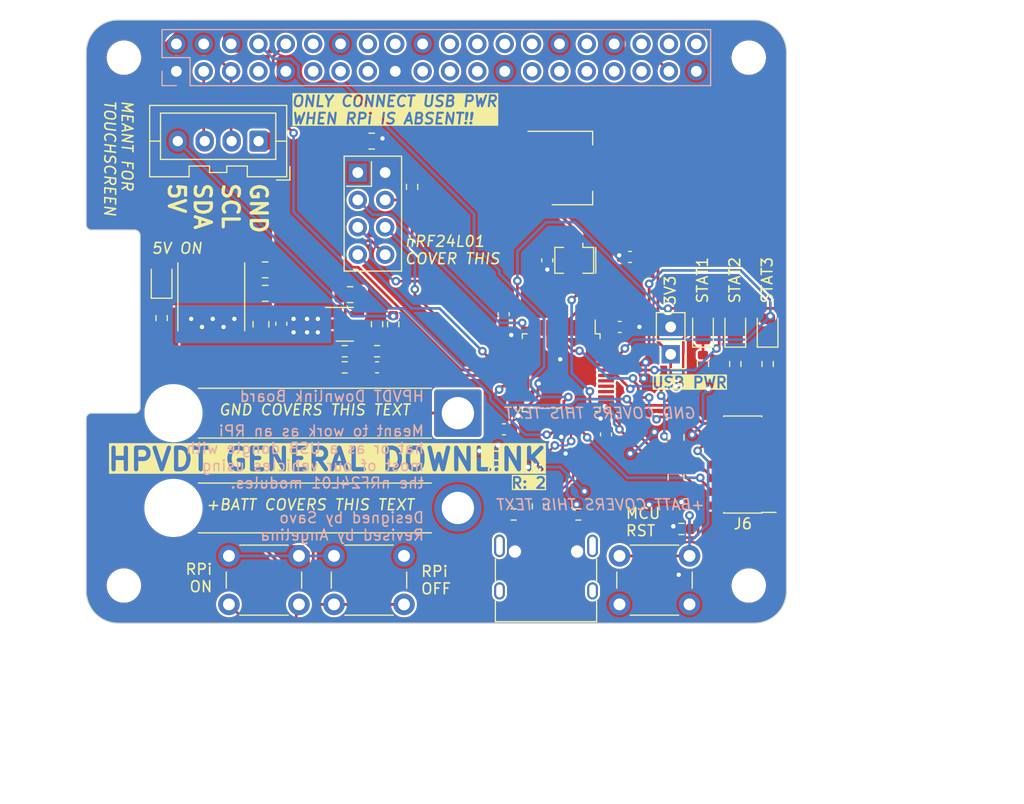
<source format=kicad_pcb>
(kicad_pcb (version 20240108) (generator "pcbnew") (generator_version "8.0")
  (title_block (title "Downlink") (date "2024-07-06") (rev "2") (company "HPVDT") (comment 1 "Common downlink board") (comment 2 "Designed to mount to an RPi with a CSI display"))
  (layers (0 "F.Cu" signal) (31 "B.Cu" signal) (34 "B.Paste" user) (35 "F.Paste" user) (36 "B.SilkS" user "B.Silkscreen") (37 "F.SilkS" user "F.Silkscreen") (38 "B.Mask" user) (39 "F.Mask" user) (44 "Edge.Cuts" user))
  (net 0 "")
  (net 1 "GND")
  (net 2 "/SDA")
  (net 3 "/SCL")
  (net 4 "+3.3V")
  (net 5 "+5V")
  (net 6 "+BATT")
  (net 7 "/FB")
  (net 8 "/RF_{INT}")
  (net 9 "/SCK")
  (net 10 "/MISO")
  (net 11 "/MOSI")
  (net 12 "/RF_{SEL}")
  (net 13 "/RF_{EN}")
  (net 14 "/BATT_{DIV}")
  (net 15 "Net-(D1-K)")
  (net 16 "/STATUS_{1}")
  (net 17 "Net-(D2-K)")
  (net 18 "/STATUS_{2}")
  (net 19 "Net-(D3-K)")
  (net 20 "/STATUS_{3}")
  (net 21 "/RPi_{TX}")
  (net 22 "/RPi_{RX}")
  (net 23 "/GPIO26")
  (net 24 "/D+")
  (net 25 "/D-")
  (net 26 "/USB_D-")
  (net 27 "/USB_D+")
  (net 28 "/SDWIO")
  (net 29 "/SWCLK")
  (net 30 "Net-(D4-K)")
  (net 31 "/RST_{MCU}")
  (net 32 "Net-(U1-VI)")
  (net 33 "Net-(JP1-A)")
  (net 34 "Net-(U2-VBST)")
  (net 35 "Net-(U2-SW)")
  (net 36 "Net-(J1-CC1)")
  (net 38 "Net-(J1-CC2)")
  (net 64 "Net-(U2-EN)")
  (net 69 "Net-(U3-PD0)")
  (net 70 "Net-(U3-PD1)")
  (net 89 "/Header_{RX}")
  (net 91 "/Header_{TX}")
  (footprint "Capacitor_SMD:C_0603_1608Metric" (layer "F.Cu") (at 149.525 72.5 180)
    (property "Reference" "C9" (hide yes))
    (property "Value" "100n")
  )
  (footprint "Resistor_SMD:R_0603_1608Metric" (layer "F.Cu") (at 163.25 75.9375 90)
    (property "Reference" "R12" (hide yes))
    (property "Value" "330")
  )
  (footprint "MountingHole:MountingHole_2.7mm_M2.5" (layer "F.Cu") (at 161.5 47.5)
    (property "Reference" "MH2" (hide yes))
    (property "Value" "MountingHole_2.7mm_M2.5" (hide yes))
  )
  (footprint "Resistor_SMD:R_0603_1608Metric" (layer "F.Cu") (at 124 74.75)
    (property "Reference" "R5" (hide yes))
    (property "Value" "10k")
  )
  (footprint "Capacitor_SMD:C_0805_2012Metric" (layer "F.Cu") (at 116.6125 69.38 180)
    (property "Reference" "C6" (hide yes))
    (property "Value" "22u")
  )
  (footprint "Capacitor_SMD:C_0603_1608Metric" (layer "F.Cu") (at 150.475 66 180)
    (property "Reference" "C15" (hide yes))
    (property "Value" "1u")
  )
  (footprint "Resistor_SMD:R_0603_1608Metric" (layer "F.Cu") (at 141.93 89.15 90)
    (property "Reference" "R3" (hide yes))
    (property "Value" "22")
  )
  (footprint "Connector_PinHeader_1.27mm:PinHeader_2x07_P1.27mm_Vertical_SMD" (layer "F.Cu") (at 160.95 85.27 180)
    (property "Reference" "J6")
    (property "Value" "Conn_ST_STDC14")
  )
  (footprint "Package_TO_SOT_SMD:TSOT-23-6" (layer "F.Cu") (at 124 72.25)
    (property "Reference" "U2" (hide yes))
    (property "Value" "TPS563208DDCR")
  )
  (footprint "Button_Switch_THT:SW_PUSH_6mm_H4.3mm" (layer "F.Cu") (at 123 93.75)
    (property "Reference" "SW2" (hide yes))
    (property "Value" "RPi_{OFF}")
  )
  (footprint "Resistor_SMD:R_0603_1608Metric" (layer "F.Cu") (at 128.5 72.25 -90)
    (property "Reference" "R6" (hide yes))
    (property "Value" "54k9")
  )
  (footprint "Package_TO_SOT_SMD:SOT-223-3_TabPin2" (layer "F.Cu") (at 145.1 57.75)
    (property "Reference" "U1" (hide yes))
    (property "Value" "AZ1117-3.3")
  )
  (footprint "Button_Switch_THT:SW_PUSH_6mm_H4.3mm" (layer "F.Cu") (at 156 98.25 180)
    (property "Reference" "SW3" (hide yes))
    (property "Value" "MCU_{RST}")
  )
  (footprint "Capacitor_SMD:C_0603_1608Metric" (layer "F.Cu") (at 138.75 71.317267 -90)
    (property "Reference" "C8" (hide yes))
    (property "Value" "100n")
  )
  (footprint "Resistor_SMD:R_0603_1608Metric" (layer "F.Cu") (at 143.43 89.15 90)
    (property "Reference" "R4" (hide yes))
    (property "Value" "22")
  )
  (footprint "Capacitor_SMD:C_0805_2012Metric" (layer "F.Cu") (at 154.75 82.75 -90)
    (property "Reference" "C4" (hide yes))
    (property "Value" "22u")
  )
  (footprint "Capacitor_SMD:C_0805_2012Metric" (layer "F.Cu") (at 154.75 86.45 90)
    (property "Reference" "C2" (hide yes))
    (property "Value" "10u")
  )
  (footprint "Resistor_SMD:R_0603_1608Metric" (layer "F.Cu") (at 124 76.25 180)
    (property "Reference" "R15" (hide yes))
    (property "Value" "54k9")
  )
  (footprint "Package_QFP:LQFP-48_7x7mm_P0.5mm" (layer "F.Cu") (at 144.0875 76.75 -90)
    (property "Reference" "U3" (hide yes))
    (property "Value" "STM32F103C8Tx")
  )
  (footprint "Resistor_SMD:R_0603_1608Metric" (layer "F.Cu") (at 127 74.75 180)
    (property "Reference" "R16" (hide yes))
    (property "Value" "10k")
  )
  (footprint "Resistor_SMD:R_0603_1608Metric" (layer "F.Cu") (at 145.68 89.9)
    (property "Reference" "R2" (hide yes))
    (property "Value" "5.1k")
  )
  (footprint "Connector_PinHeader_2.54mm:PinHeader_1x02_P2.54mm_Vertical" (layer "F.Cu") (at 154.25 75.04 180)
    (property "Reference" "JP1" (hide yes))
    (property "Value" "USB_PWR")
  )
  (footprint "LED_SMD:LED_0805_2012Metric" (layer "F.Cu") (at 107 68.1475 90)
    (property "Reference" "D2" (hide yes))
    (property "Value" "LED")
  )
  (footprint "Inductor_SMD:L_Taiyo-Yuden_NR-60xx" (layer "F.Cu") (at 111.6125 69.7 90)
    (property "Reference" "L1" (hide yes))
    (property "Value" "3u3")
  )
  (footprint "Button_Switch_THT:SW_PUSH_6mm_H4.3mm" (layer "F.Cu") (at 113.25 93.75)
    (property "Reference" "SW1" (hide yes))
    (property "Value" "RPi_{ON}")
  )
  (footprint "Resistor_SMD:R_0603_1608Metric" (layer "F.Cu") (at 127 72.25 -90)
    (property "Reference" "R7" (hide yes))
    (property "Value" "10k")
  )
  (footprint "Resistor_SMD:R_0603_1608Metric" (layer "F.Cu") (at 155.25 91.25 180)
    (property "Reference" "R13" (hide yes))
    (property "Value" "10k")
  )
  (footprint "Resistor_SMD:R_0603_1608Metric" (layer "F.Cu") (at 130.25 59.5 90)
    (property "Reference" "R14" (hide yes))
    (property "Value" "10k")
  )
  (footprint "MountingHole:MountingHole_2.7mm_M2.5" (layer "F.Cu") (at 103.5 96.5)
    (property "Reference" "MH3" (hide yes))
    (property "Value" "MountingHole_2.7mm_M2.5" (hide yes))
  )
  (footprint "Resistor_SMD:R_0603_1608Metric" (layer "F.Cu") (at 160.25 75.9375 90)
    (property "Reference" "R11" (hide yes))
    (property "Value" "330")
  )
  (footprint "Connector_USB:USB_C_Receptacle_HRO_TYPE-C-31-M-12" (layer "F.Cu") (at 142.68 95.95)
    (property "Reference" "J1" (hide yes))
    (property "Value" "USB_C_Receptacle_USB2.0")
  )
  (footprint "Connector_Wire:SolderWire-2.5sqmm_1x02_P8.8mm_D2.4mm_OD4.4mm_Relief" (layer "F.Cu") (at 134.5 80.5 -90)
    (property "Reference" "BT1")
    (property "Value" "Battery")
  )
  (footprint "MountingHole:MountingHole_2.7mm_M2.5" (layer "F.Cu") (at 103.5 47.5)
    (property "Reference" "MH1" (hide yes))
    (property "Value" "MountingHole_2.7mm_M2.5" (hide yes))
  )
  (footprint "Capacitor_SMD:C_0805_2012Metric" (layer "F.Cu") (at 116.6125 67.2 180)
    (property "Reference" "C7" (hide yes))
    (property "Value" "22u")
  )
  (footprint "Capacitor_SMD:C_0603_1608Metric" (layer "F.Cu") (at 148.25 82.475 90)
    (property "Reference" "C11" (hide yes))
    (property "Value" "100n")
  )
  (footprint "Resistor_SMD:R_0603_1608Metric" (layer "F.Cu") (at 107 71.675 90)
    (property "Reference" "R10" (hide yes))
    (property "Value" "330")
  )
  (footprint "Capacitor_SMD:C_0603_1608Metric" (layer "F.Cu") (at 118.1125 72.2 -90)
    (property "Reference" "C3" (hide yes))
    (property "Value" "100n")
  )
  (footprint "LED_SMD:LED_0805_2012Metric" (layer "F.Cu") (at 160.25 72.6875 90)
    (property "Reference" "D3" (hide yes))
    (property "Value" "LED")
  )
  (footprint "Connector_JST:JST_XA_B04B-XASK-1_1x04_P2.50mm_Vertical" (layer "F.Cu") (at 116 55.25 180)
    (property "Reference" "J2" (hide yes))
    (property "Value" "SCREEN")
  )
  (footprint "Capacitor_SMD:C_0603_1608Metric" (layer "F.Cu") (at 127 76.25 180)
    (property "Reference" "C13" (hide yes))
    (property "Value" "100n")
  )
  (footprint "LED_SMD:LED_0805_2012Metric" (layer "F.Cu") (at 157.25 72.6875 90)
    (property "Reference" "D1" (hide yes))
    (property "Value" "LED")
  )
  (footprint "Resistor_SMD:R_0603_1608Metric" (layer "F.Cu") (at 139.68 89.9 180)
    (property "Reference" "R1" (hide yes))
    (property "Value" "5.1k")
  )
  (footprint "Capacitor_SMD:C_0805_2012Metric" (layer "F.Cu") (at 116.2225 72.25 -90)
    (property "Reference" "C1" (hide yes))
    (property "Value" "10u")
  )
  (footprint "MountingHole:MountingHole_2.7mm_M2.5" (layer "F.Cu") (at 161.5 96.5)
    (property "Reference" "MH4" (hide yes))
    (property "Value" "MountingHole_2.7mm_M2.5" (hide yes))
  )
  (footprint "Crystal:Resonator_SMD_Murata_CSTxExxV-3Pin_3.0x1.1mm" (layer "F.Cu") (at 145.3 66.317267 180)
    (property "Reference" "Y1" (hide yes))
    (property "Value" "8M")
  )
  (footprint "RF_Module:nRF24L01_Breakout" (layer "F.Cu") (at 125.21 58.17)
    (property "Reference" "U4" (hide yes))
    (property "Value" "nRF24L01")
  )
  (footprint "Capacitor_SMD:C_0603_1608Metric" (layer "F.Cu") (at 142.8 66.317267 -90)
    (property "Reference" "C12" (hide yes))
    (property "Value" "10n")
  )
  (footprint "Capacitor_SMD:C_0805_2012Metric" (layer "F.Cu") (at 126.5 55.25)
    (property "Reference" "C14" (hide yes))
    (property "Value" "10u")
  )
  (footprint "LED_SMD:LED_0805_2012Metric" (layer "F.Cu") (at 163.25 72.6875 90)
    (property "Reference" "D4" (hide yes))
    (property "Value" "LED")
  )
  (footprint "Capacitor_SMD:C_0805_2012Metric" (layer "F.Cu") (at 124.5 69.5 180)
    (property "Reference" "C5" (hide yes))
    (property "Value" "100n")
  )
  (footprint "Resistor_SMD:R_0603_1608Metric" (layer "F.Cu") (at 157.25 75.9375 90)
    (property "Reference" "R8" (hide yes))
    (property "Value" "330")
  )
  (footprint "Capacitor_SMD:C_0603_1608Metric" (layer "F.Cu") (at 138.775 82)
    (property "Reference" "C10" (hide yes))
    (property "Value" "100n")
  )
  (footprint "Connector_PinSocket_2.54mm:PinSocket_2x20_P2.54mm_Vertical" (layer "B.Cu") (at 108.37 48.77 -90)
    (property "Reference" "J3" (hide yes))
    (property "Value" "GPIO")
  )
  (gr_arc (start 100.5 63.5) (mid 100.146447 63.353553) (end 100 63) (stroke (width 0.1)) (layer "Edge.Cuts"))
  (gr_arc (start 162 44) (mid 164.12132 44.87868) (end 165 47) (stroke (width 0.1)) (layer "Edge.Cuts"))
  (gr_line (start 165 97) (end 165 47) (stroke (width 0.1)) (layer "Edge.Cuts"))
  (gr_line (start 100 47) (end 100 63) (stroke (width 0.1)) (layer "Edge.Cuts"))
  (gr_arc (start 103 100) (mid 100.87868 99.12132) (end 100 97) (stroke (width 0.1)) (layer "Edge.Cuts"))
  (gr_line (start 103 100) (end 162 100) (stroke (width 0.1)) (layer "Edge.Cuts"))
  (gr_line (start 104.5 80.5) (end 100.5 80.5) (stroke (width 0.1)) (layer "Edge.Cuts"))
  (gr_arc (start 100 81) (mid 100.146138 80.646755) (end 100.499127 80.500001) (stroke (width 0.1)) (layer "Edge.Cuts"))
  (gr_arc (start 165 97) (mid 164.12132 99.12132) (end 162 100) (stroke (width 0.1)) (layer "Edge.Cuts"))
  (gr_line (start 105 64) (end 105 80) (stroke (width 0.1)) (layer "Edge.Cuts"))
  (gr_arc (start 100 47) (mid 100.87868 44.87868) (end 103 44) (stroke (width 0.1)) (layer "Edge.Cuts"))
  (gr_line (start 100 81) (end 100 97) (stroke (width 0.1)) (layer "Edge.Cuts"))
  (gr_line (start 100.5 63.5) (end 104.5 63.5) (stroke (width 0.1)) (layer "Edge.Cuts"))
  (gr_arc (start 105 80) (mid 104.853553 80.353553) (end 104.5 80.5) (stroke (width 0.1)) (layer "Edge.Cuts"))
  (gr_arc (start 104.5 63.5) (mid 104.853553 63.646447) (end 105 64) (stroke (width 0.1)) (layer "Edge.Cuts"))
  (gr_line (start 162 44) (end 103 44) (stroke (width 0.1)) (layer "Edge.Cuts"))
  (gr_text "\n" (at 92 107.5 0) (layer "B.Cu") (effects (font (size 1.5 1.5) (thickness 0.3) (bold yes)) (justify left bottom)))
  (gr_text "GND COVERS THIS TEXT" (at 147.75 80.5 0) (layer "B.SilkS") (effects (font (size 1 1) (thickness 0.15) (italic yes)) (justify mirror)))
  (gr_text "+BATT COVERS THIS TEXT" (at 147.8 89 0) (layer "B.SilkS") (effects (font (size 1 1) (thickness 0.15) (italic yes)) (justify mirror)))
  (gr_text "5V ON" (at 106 65.2 0) (layer "F.SilkS") (effects (font (size 1 1) (thickness 0.15) (italic yes)) (justify left)))
  (gr_text "5V" (at 108.4 59 270) (layer "F.SilkS") (effects (font (size 1.5 1.5) (thickness 0.3) (bold yes)) (justify left)))
  (gr_text "MCU\nRST" (at 150 92 0) (layer "F.SilkS") (effects (font (size 1 1)) (justify left bottom)))
  (gr_text "GND" (at 116 59 -90) (layer "F.SilkS") (effects (font (size 1.5 1.5) (thickness 0.3) (bold yes)) (justify left)))
  (gr_text "SDA" (at 110.8 59 -90) (layer "F.SilkS") (effects (font (size 1.5 1.5) (thickness 0.3) (bold yes)) (justify left)))
  (gr_text "HPVDT GENERAL DOWNLINK" (at 101.8 84.8 0) (layer "F.SilkS" knockout) (effects (font (size 2 2) (thickness 0.4) (bold yes)) (justify left)))
  (gr_text "nRF24L01\nCOVER THIS" (at 129.5 66.75 0) (layer "F.SilkS") (effects (font (size 1 1) (thickness 0.15) (italic yes)) (justify left bottom)))
  (gr_text "MEANT FOR\nTOUCHSCREEN" (at 101.6 51.4 -90) (layer "F.SilkS") (effects (font (size 1 1) (thickness 0.15) (italic yes)) (justify left bottom)))
  (gr_text "ONLY CONNECT USB PWR\nWHEN RPi IS ABSENT!!" (at 119 53.75 0) (layer "F.SilkS" knockout) (effects (font (size 1 1) (thickness 0.2) (bold yes) (italic yes)) (justify left bottom)))
  (gr_text "RPi\nOFF" (at 131 96 0) (layer "F.SilkS") (effects (font (size 1 1)) (justify left)))
  (gr_text "STAT3" (at 163.2 70.4 90) (layer "F.SilkS") (effects (font (size 1 1)) (justify left)))
  (gr_text "RPi\nON" (at 111.8 95.8 0) (layer "F.SilkS") (effects (font (size 1 1)) (justify right)))
  (gr_text "STAT2" (at 160.2 70.4 90) (layer "F.SilkS") (effects (font (size 1 1)) (justify left)))
  (gr_text "USB PWR" (at 156 78.25 0) (layer "F.SilkS" knockout) (effects (font (size 1 1) (thickness 0.2) (bold yes)) (justify bottom)))
  (gr_text "SCL" (at 113.4 59 -90) (layer "F.SilkS") (effects (font (size 1.5 1.5) (thickness 0.3) (bold yes)) (justify left)))
  (gr_text "GND COVERS THIS TEXT" (at 121.2 80.2 0) (layer "F.SilkS") (effects (font (size 1 1) (thickness 0.15) (italic yes))))
  (gr_text "+BATT COVERS THIS TEXT" (at 120.8 89 0) (layer "F.SilkS") (effects (font (size 1 1) (thickness 0.15) (italic yes))))
  (gr_text "3V3" (at 154.2 70.6 90) (layer "F.SilkS") (effects (font (size 1 1)) (justify left)))
  (gr_text "STAT1" (at 157.2 70.4 90) (layer "F.SilkS") (effects (font (size 1 1)) (justify left)))
  (gr_text "R: ${REVISION}" (at 142.8 86.4 0) (layer "F.SilkS" knockout) (effects (font (size 1 1) (thickness 0.2) (bold yes)) (justify right top)))
  (gr_text_box "HPVDT Downlink Board\n\nMeant to work as an RPi hat or as a USB dongle with most of our vehicles using the nRF24L01 modules.\n\nDesigned by Savo\nRevised by Angelina" (start 108.4 77.6) (end 132.2 92) (layer "B.SilkS") (effects (font (size 1 1)) (justify left top mirror)) (border no))
  (segment (start 122.5 56) (end 121.75 55.25) (width 0.25) (layer "F.Cu") (net 1))
  (segment (start 146.9125 75.44246) (end 146.9125 75.517764) (width 0.25) (layer "F.Cu") (net 1))
  (segment (start 151.701701 76) (end 151.9267 75.775001) (width 0.25) (layer "F.Cu") (net 1))
  (segment (start 151.25 67.5) (end 151.25 66) (width 0.25) (layer "F.Cu") (net 1))
  (segment (start 138.225 83.5) (end 138.225 83.275) (width 0.25) (layer "F.Cu") (net 1))
  (segment (start 146.3375 81.8375) (end 146.525 82.025) (width 0.25) (layer "F.Cu") (net 1))
  (segment (start 138.255 89.3) (end 138.855 89.9) (width 0.25) (layer "F.Cu") (net 1))
  (segment (start 125.21 55.59) (end 125.55 55.25) (width 0.25) (layer "F.Cu") (net 1))
  (segment (start 151.369736 81.8) (end 150.5 80.930264) (width 0.25) (layer "F.Cu") (net 1))
  (segment (start 134.8 89.3) (end 135 89.5) (width 0.25) (layer "F.Cu") (net 1))
  (segment (start 139.119736 79) (end 139.925 79) (width 0.25) (layer "F.Cu") (net 1))
  (segment (start 138 82) (end 138.75 82) (width 0.25) (layer "F.Cu") (net 1))
  (segment (start 143.3375 72.5875) (end 143.3375 74.201104) (width 0.25) (layer "F.Cu") (net 1))
  (segment (start 122.8625 71.3) (end 122.5 70.9375) (width 0.25) (layer "F.Cu") (net 1))
  (segment (start 154.75 81.8) (end 155.55 81.8) (width 0.25) (layer "F.Cu") (net 1))
  (segment (start 143.3375 72.725) (end 143.3125 72.75) (width 0.25) (layer "F.Cu") (net 1))
  (segment (start 154.75 81.8) (end 153.2 81.8) (width 0.25) (layer "F.Cu") (net 1))
  (segment (start 150.8 87.55) (end 147.25 87.55) (width 0.25) (layer "F.Cu") (net 1))
  (segment (start 121.75 55.25) (end 116 55.25) (width 0.25) (layer "F.Cu") (net 1))
  (segment (start 145.521096 88.974283) (end 145.579283 88.974283) (width 0.25) (layer "F.Cu") (net 1))
  (segment (start 144.725 75.199695) (end 144.725 75.44246) (width 0.25) (layer "F.Cu") (net 1))
  (segment (start 154.75 81.8) (end 151.369736 81.8) (width 0.25) (layer "F.Cu") (net 1))
  (segment (start 125.21 55.45) (end 118.53 48.77) (width 0.25) (layer "F.Cu") (net 1))
  (segment (start 135 89.5) (end 137.025 89.5) (width 0.25) (layer "F.Cu") (net 1))
  (segment (start 154.75 87.4) (end 154.75 88.25) (width 0.25) (layer "F.Cu") (net 1))
  (segment (start 146.9125 75.517764) (end 147.394736 76) (width 0.25) (layer "F.Cu") (net 1))
  (segment (start 149.3125 74.242764) (end 149.055264 74.5) (width 0.25) (layer "F.Cu") (net 1))
  (segment (start 155.55 81.8) (end 156.25 82.5) (width 0.25) (layer "F.Cu") (net 1))
  (segment (start 149.055264 74.5) (end 148.25 74.5) (width 0.25) (layer "F.Cu") (net 1))
  (segment (start 137.025 89.5) (end 139.43 91.905) (width 0.25) (layer "F.Cu") (net 1))
  (segment (start 154.75 88.25) (end 155.25 88.75) (width 0.25) (layer "F.Cu") (net 1))
  (segment (start 157.75 78.25) (end 159.675 76.325) (width 0.25) (layer "F.Cu") (net 1))
  (segment (start 150.3 72.5) (end 149.3125 73.4875) (width 0.25) (layer "F.Cu") (net 1))
  (segment (start 143.3375 72.5875) (end 143.3375 72.725) (width 0.25) (layer "F.Cu") (net 1))
  (segment (start 147 82) (end 148.25 83.25) (width 0.25) (layer "F.Cu") (net 1))
  (segment (start 147.048345 87.751655) (end 147.25 87.55) (width 0.25) (layer "F.Cu") (net 1))
  (segment (start 134.5 89.3) (end 134.5 86) (width 0.25) (layer "F.Cu") (net 1))
  (segment (start 144.300305 74.775) (end 144.725 75.199695) (width 0.25) (layer "F.Cu") (net 1))
  (segment (start 125.21 58.17) (end 125.21 55.45) (width 0.25) (layer "F.Cu") (net 1))
  (segment (start 134.5 89.3) (end 134.8 89.3) (width 0.25) (layer "F.Cu") (net 1))
  (segment (start 147.394736 76) (end 148.25 76) (width 0.25) (layer "F.Cu") (net 1))
  (segment (start 125.21 58.17) (end 125.21 55.59) (width 0.25) (layer "F.Cu") (net 1))
  (segment (start 138.225 83.5) (end 138.225 83.525) (width 0.25) (layer "F.Cu") (net 1))
  (segment (start 134.5 89.3) (end 138.255 89.3) (width 0.25) (layer "F.Cu") (net 1))
  (segment (start 138.75 82) (end 138.75 79.369736) (width 0.25) (layer "F.Cu") (net 1))
  (segment (start 125.21 58.17) (end 123.08 58.17) (width 0.25) (layer "F.Cu") (net 1))
  (segment (start 138.75 79.369736) (end 139.119736 79) (width 0.25) (layer "F.Cu") (net 1))
  (segment (start 144.725 75.44246) (end 146.9125 75.44246) (width 0.25) (layer "F.Cu") (net 1))
  (segment (start 153.2 81.8) (end 152.75 82.25) (width 0.25) (layer "F.Cu") (net 1))
  (segment (start 154.75 81.8) (end 154.75 81.3) (width 0.25) (layer "F.Cu") (net 1))
  (segment (start 146.3375 80.9125) (end 146.3375 81.8375) (width 0.25) (layer "F.Cu") (net 1))
  (segment (start 145.579283 88.974283) (end 146.505 89.9) (width 0.25) (layer "F.Cu") (net 1))
  (segment (start 146.251655 87.751655) (end 147.048345 87.751655) (width 0.25) (layer "F.Cu") (net 1))
  (segment (start 152.25 89) (end 150.8 87.55) (width 0.25) (layer "F.Cu") (net 1))
  (segment (start 146.5 82) (end 147 82) (width 0.25) (layer "F.Cu") (net 1))
  (segment (start 146.3375 81.8375) (end 146.5 82) (width 0.25) (layer "F.Cu") (net 1))
  (segment (start 122.5 58.75) (end 122.5 56) (width 0.25) (layer "F.Cu") (net 1))
  (segment (start 139.25 83.75) (end 141 85.5) (width 0.25) (layer "F.Cu") (net 1))
  (segment (start 150.5 76) (end 151.701701 76) (width 0.25) (layer "F.Cu") (net 1))
  (segment (start 143.3375 74.201104) (end 143.911396 74.775) (width 0.25) (layer "F.Cu") (net 1))
  (segment (start 122.5 70.9375) (end 122.5 58.75) (width 0.25) (layer "F.Cu") (net 1))
  (segment (start 149.3125 73.4875) (end 149.3125 74.242764) (width 0.25) (layer "F.Cu") (net 1))
  (segment (start 148.25 76) (end 150.5 76) (width 0.25) (layer "F.Cu") (net 1))
  (segment (start 134.5 86) (end 136.5 84) (width 0.25) (layer "F.Cu") (net 1))
  (segment (start 143.911396 74.775) (end 144.300305 74.775) (width 0.25) (layer "F.Cu") (net 1))
  (segment (start 138 83.75) (end 139.25 83.75) (width 0.25) (layer "F.Cu") (net 1))
  (segment (start 159.675 76.325) (end 160.25 76.325) (width 0.25) (layer "F.Cu") (net 1))
  (segment (start 150.5 80.930264) (end 150.5 80.5) (width 0.25) (layer "F.Cu") (net 1))
  (segment (start 138.225 83.275) (end 138.75 82.75) (width 0.25) (layer "F.Cu") (net 1))
  (segment (start 151.75 78.3) (end 151.75 77.275) (width 0.25) (layer "F.Cu") (net 1))
  (segment (start 138.75 82.75) (end 138.75 82) (width 0.25) (layer "F.Cu") (net 1))
  (segment (start 138.225 83.525) (end 138 83.75) (width 0.25) (layer "F.Cu") (net 1))
  (segment (start 123.08 58.17) (end 122.5 58.75) (width 0.25) (layer "F.Cu") (net 1))
  (segment (start 154.75 87.4) (end 153.65 87.4) (width 0.25) (layer "F.Cu") (net 1))
  (via (at 152.25 89) (size 0.8) (drill 0.4) (layers "F.Cu" "B.Cu") (net 1))
  (via (at 146.251655 87.751655) (size 0.8) (drill 0.4) (layers "F.Cu" "B.Cu") (net 1))
  (via (at 156.25 82.5) (size 0.8) (drill 0.4) (layers "F.Cu" "B.Cu") (net 1))
  (via (at 138.225 83.5) (size 0.8) (drill 0.4) (layers "F.Cu" "B.Cu") (net 1))
  (via (at 136.5 84) (size 0.8) (drill 0.4) (layers "F.Cu" "B.Cu") (net 1))
  (via (at 155.25 88.75) (size 0.8) (drill 0.4) (layers "F.Cu" "B.Cu") (net 1))
  (via (at 145.521096 88.974283) (size 0.8) (drill 0.4) (layers "F.Cu" "B.Cu") (net 1))
  (via (at 151.9267 75.775001) (size 0.8) (drill 0.4) (layers "F.Cu" "B.Cu") (net 1))
  (via (at 152.75 82.25) (size 0.8) (drill 0.4) (layers "F.Cu" "B.Cu") (net 1))
  (via (at 150.5 84.25) (size 0.8) (drill 0.4) (layers "F.Cu" "B.Cu") (net 1))
  (via (at 151.75 77.275) (size 0.8) (drill 0.4) (layers "F.Cu" "B.Cu") (net 1))
  (via (at 141 85.5) (size 0.8) (drill 0.4) (layers "F.Cu" "B.Cu") (net 1))
  (via (at 157.75 78.25) (size 0.8) (drill 0.4) (layers "F.Cu" "B.Cu") (net 1))
  (segment (start 123 93.75) (end 119.75 93.75) (width 0.25) (layer "B.Cu") (net 1))
  (segment (start 157.25 81.5) (end 156.25 82.5) (width 0.25) (layer "B.Cu") (net 1))
  (segment (start 155.25 88.75) (end 152.5 88.75) (width 0.25) (layer "B.Cu") (net 1))
  (segment (start 144 85.5) (end 144.5 86) (width 0.25) (layer "B.Cu") (net 1))
  (segment (start 157.75 78.25) (end 157.25 78.75) (width 0.25) (layer "B.Cu") (net 1))
  (segment (start 136.5 84) (end 137.725 84) (width 0.25) (layer "B.Cu") (net 1))
  (segment (start 157.25 78.75) (end 157.25 81.5) (width 0.25) (layer "B.Cu") (net 1))
  (segment (start 119.75 93.75) (end 113.25 93.75) (width 0.25) (layer "B.Cu") (net 1))
  (segment (start 144.625 88.078187) (end 145.521096 88.974283) (width 0.25) (layer "B.Cu") (net 1))
  (segment (start 144.5 86) (end 144.625 86.125) (width 0.25) (layer "B.Cu") (net 1))
  (segment (start 152.75 82.25) (end 150.75 84.25) (width 0.25) (layer "B.Cu") (net 1))
  (segment (start 150.75 84.25) (end 150.5 84.25) (width 0.25) (layer "B.Cu") (net 1))
  (segment (start 141 85.5) (end 144 85.5) (width 0.25) (layer "B.Cu") (net 1))
  (segment (start 144.5 86) (end 146.251655 87.751655) (width 0.25) (layer "B.Cu") (net 1))
  (segment (start 144.625 86.125) (end 144.625 88.078187) (width 0.25) (layer "B.Cu") (net 1))
  (segment (start 151.9267 77.0983) (end 151.75 77.275) (width 0.25) (layer "B.Cu") (net 1))
  (segment (start 152.5 88.75) (end 152.25 89) (width 0.25) (layer "B.Cu") (net 1))
  (segment (start 137.725 84) (end 138.225 83.5) (width 0.25) (layer "B.Cu") (net 1))
  (segment (start 151.9267 75.775001) (end 151.9267 77.0983) (width 0.25) (layer "B.Cu") (net 1))
  (segment (start 110.91 55.16) (end 111 55.25) (width 0.25) (layer "F.Cu") (net 2))
  (segment (start 110.91 48.77) (end 110.91 55.16) (width 0.25) (layer "F.Cu") (net 2))
  (segment (start 120.298833 92.425) (end 121.075 93.201167) (width 0.25) (layer "F.Cu") (net 3))
  (segment (start 118.425 92.425) (end 120.298833 92.425) (width 0.25) (layer "F.Cu") (net 3))
  (segment (start 121.075 93.201167) (end 121.075 94.298833) (width 0.25) (layer "F.Cu") (net 3))
  (segment (start 119.5 99.575) (end 114.575 99.575) (width 0.25) (layer "F.Cu") (net 3))
  (segment (start 121.075 94.298833) (end 123.701167 96.925) (width 0.25) (layer "F.Cu") (net 3))
  (segment (start 130.048833 99.575) (end 119.5 99.575) (width 0.25) (layer "F.Cu") (net 3))
  (segment (start 113.45 48.77) (end 113.45 55.2) (width 0.25) (layer "F.Cu") (net 3))
  (segment (start 119.75 98.25) (end 119.5 98.5) (width 0.25) (layer "F.Cu") (net 3))
  (segment (start 110.925 84.925) (end 118.425 92.425) (width 0.25) (layer "F.Cu") (net 3))
  (segment (start 107.675 77.675) (end 109.270153 77.675) (width 0.25) (layer "F.Cu") (net 3))
  (segment (start 110.925 79.329847) (end 110.925 84.925) (width 0.25) (layer "F.Cu") (net 3))
  (segment (start 112.275 47.595) (end 106.905 47.595) (width 0.25) (layer "F.Cu") (net 3))
  (segment (start 106 48.5) (end 106 49) (width 0.25) (layer "F.Cu") (net 3))
  (segment (start 130.825 98.798833) (end 130.048833 99.575) (width 0.25) (layer "F.Cu") (net 3))
  (segment (start 123.701167 96.925) (end 130.048833 96.925) (width 0.25) (layer "F.Cu") (net 3))
  (segment (start 130.048833 96.925) (end 130.825 97.701167) (width 0.25) (layer "F.Cu") (net 3))
  (segment (start 119.5 98.5) (end 119.5 99.575) (width 0.25) (layer "F.Cu") (net 3))
  (segment (start 114.575 99.575) (end 113.25 98.25) (width 0.25) (layer "F.Cu") (net 3))
  (segment (start 113.45 55.2) (end 113.5 55.25) (width 0.25) (layer "F.Cu") (net 3))
  (segment (start 106.905 47.595) (end 106 48.5) (width 0.25) (layer "F.Cu") (net 3))
  (segment (start 106 49) (end 105.975 49.025) (width 0.25) (layer "F.Cu") (net 3))
  (segment (start 105.975 49.025) (end 105.975 75.975) (width 0.25) (layer "F.Cu") (net 3))
  (segment (start 113.45 48.77) (end 112.275 47.595) (width 0.25) (layer "F.Cu") (net 3))
  (segment (start 130.825 97.701167) (end 130.825 98.798833) (width 0.25) (layer "F.Cu") (net 3))
  (segment (start 105.975 75.975) (end 107.675 77.675) (width 0.25) (layer "F.Cu") (net 3))
  (segment (start 109.270153 77.675) (end 110.925 79.329847) (width 0.25) (layer "F.Cu") (net 3))
  (segment (start 140.0875 80.75) (end 141.928026 78.909474) (width 0.25) (layer "F.Cu") (net 4))
  (segment (start 142.8375 74.3375) (end 144 75.5) (width 0.25) (layer "F.Cu") (net 4))
  (segment (start 162.9 87.81) (end 161.95 87.81) (width 0.25) (layer "F.Cu") (net 4))
  (segment (start 144.099689 83.074384) (end 144.225 83.199695) (width 0.25) (layer "F.Cu") (net 4))
  (segment (start 148.75 72.5) (end 149.55 71.7) (width 0.25) (layer "F.Cu") (net 4))
  (segment (start 147.75 81) (end 147.6625 80.9125) (width 0.25) (layer "F.Cu") (net 4))
  (segment (start 156.25 95.5) (end 155 95.5) (width 0.25) (layer "F.Cu") (net 4))
  (segment (start 161.95 87.81) (end 160.525 89.235) (width 0.25) (layer "F.Cu") (net 4))
  (segment (start 142.8375 72.5875) (end 142.8375 74.3375) (width 0.25) (layer "F.Cu") (net 4))
  (segment (start 160.525 89.235) (end 160.525 91.225) (width 0.25) (layer "F.Cu") (net 4))
  (segment (start 130.25 58.675) (end 128.255 58.675) (width 0.25) (layer "F.Cu") (net 4))
  (segment (start 150.759052 71.7) (end 151.35 72.290948) (width 0.25) (layer "F.Cu") (net 4))
  (segment (start 128.255 58.675) (end 127.75 58.17) (width 0.25) (layer "F.Cu") (net 4))
  (segment (start 140.0875 79.6625) (end 139.925 79.5) (width 0.25) (layer "F.Cu") (net 4))
  (segment (start 141.928026 77.821974) (end 142 77.75) (width 0.25) (layer "F.Cu") (net 4))
  (segment (start 147.6625 80.9125) (end 146.8375 80.9125) (width 0.25) (layer "F.Cu") (net 4))
  (segment (start 148.75 72.5) (end 148.75 73.5) (width 0.25) (layer "F.Cu") (net 4))
  (segment (start 144.225 83.199695) (end 144.225 83.975) (width 0.25) (layer "F.Cu") (net 4))
  (segment (start 160.525 91.225) (end 156.25 95.5) (width 0.25) (layer "F.Cu") (net 4))
  (segment (start 144.225 83.975) (end 144.5 84.25) (width 0.25) (layer "F.Cu") (net 4))
  (segment (start 149.55 71.7) (end 150.759052 71.7) (width 0.25) (layer "F.Cu") (net 4))
  (segment (start 140.0875 80.75) (end 140.0875 79.6625) (width 0.25) (layer "F.Cu") (net 4))
  (segment (start 139.5 82) (end 139.5 81.3375) (width 0.25) (layer "F.Cu") (net 4))
  (segment (start 148.75 73.5) (end 148.25 74) (width 0.25) (layer "F.Cu") (net 4))
  (segment (start 141.928026 78.909474) (end 141.928026 77.821974) (width 0.25) (layer "F.Cu") (net 4))
  (segment (start 144.099689 82.699766) (end 144.099689 83.074384) (width 0.25) (layer "F.Cu") (net 4))
  (segment (start 138.75 72.545041) (end 139.454961 73.250002) (width 0.25) (layer "F.Cu") (net 4))
  (segment (start 151.35 72.290948) (end 151.35 72.491226) (width 0.25) (layer "F.Cu") (net 4))
  (segment (start 138.75 72.092267) (end 138.75 72.545041) (width 0.25) (layer "F.Cu") (net 4))
  (segment (start 139.5 81.3375) (end 140.0875 80.75) (width 0.25) (layer "F.Cu") (net 4))
  (segment (start 139.55 82) (end 139.5 82) (width 0.25) (layer "F.Cu") (net 4))
  (via (at 151.35 72.491226) (size 0.8) (drill 0.4) (layers "F.Cu" "B.Cu") (net 4))
  (via (at 127.5 55) (size 0.8) (drill 0.4) (layers "F.Cu" "B.Cu") (net 4))
  (via (at 147.75 81) (size 0.8) (drill 0.4) (layers "F.Cu" "B.Cu") (net 4))
  (via (at 139.454961 73.250002) (size 0.8) (drill 0.4) (layers "F.Cu" "B.Cu") (net 4))
  (via (at 154.5 91) (size 0.8) (drill 0.4) (layers "F.Cu" "B.Cu") (net 4))
  (via (at 142 77.75) (size 0.8) (drill 0.4) (layers "F.Cu" "B.Cu") (net 4))
  (via (at 155 95.5) (size 0.8) (drill 0.4) (layers "F.Cu" "B.Cu") (net 4))
  (via (at 144.099689 82.699766) (size 0.8) (drill 0.4) (layers "F.Cu" "B.Cu") (net 4))
  (via (at 149.475497 65.85) (size 0.8) (drill 0.4) (layers "F.Cu" "B.Cu") (net 4))
  (via (at 144 75.5) (size 0.8) (drill 0.4) (layers "F.Cu" "B.Cu") (net 4))
  (via (at 144.5 84.25) (size 0.8) (drill 0.4) (layers "F.Cu" "B.Cu") (net 4))
  (via (at 140.0875 80.75) (size 0.8) (drill 0.4) (layers "F.Cu" "B.Cu") (net 4))
  (via (at 154.5 91) (size 0.8) (drill 0.4) (layers "F.Cu" "B.Cu") (net 4))
  (via (at 142.800497 67.167267) (size 0.8) (drill 0.4) (layers "F.Cu" "B.Cu") (net 4))
  (segment (start 155 95.5) (end 155 95.25) (width 0.25) (layer "B.Cu") (net 4))
  (segment (start 145.749455 81.05) (end 147.45 81.05) (width 0.25) (layer "B.Cu") (net 4))
  (segment (start 144 75.75) (end 142.75 77) (width 0.25) (layer "B.Cu") (net 4))
  (segment (start 142 77.75) (end 142.75 77) (width 0.25) (layer "B.Cu") (net 4))
  (segment (start 143.227785 71.781275) (end 142.842184 71.395674) (width 0.25) (layer "B.Cu") (net 4))
  (segment (start 143.227785 76.522215) (end 143.227785 71.781275) (width 0.25) (layer "B.Cu") (net 4))
  (segment (start 147.5 81) (end 147.5 79.773591) (width 0.25) (layer "B.Cu") (net 4))
  (segment (start 144 76.273591) (end 144 75.5) (width 0.25) (layer "B.Cu") (net 4))
  (segment (start 147.75 81) (end 145.799455 81) (width 0.25) (layer "B.Cu") (net 4))
  (segment (start 144 75.5) (end 144 75.75) (width 0.25) (layer "B.Cu") (net 4))
  (segment (start 142.75 77) (end 143.227785 76.522215) (width 0.25) (layer "B.Cu") (net 4))
  (segment (start 155 95.25) (end 154.5 94.75) (width 0.25) (layer "B.Cu") (net 4))
  (segment (start 146.25 86) (end 147.25 86) (width 0.25) (layer "B.Cu") (net 4))
  (segment (start 144.099689 82.699766) (end 145.749455 81.05) (width 0.25) (layer "B.Cu") (net 4))
  (segment (start 145.799455 81) (end 144.099689 82.699766) (width 0.25) (layer "B.Cu") (net 4))
  (segment (start 144.5 84.25) (end 146.25 86) (width 0.25) (layer "B.Cu") (net 4))
  (segment (start 151.5 72.5) (end 154.25 72.5) (width 0.25) (layer "B.Cu") (net 4))
  (segment (start 147.45 81.05) (end 147.5 81) (width 0.25) (layer "B.Cu") (net 4))
  (segment (start 148.75 72.5) (end 151.5 72.5) (width 0.25) (layer "B.Cu") (net 4))
  (segment (start 148.75 72.5) (end 148.5 72.5) (width 0.25) (layer "B.Cu") (net 4))
  (segment (start 154.5 94.75) (end 154.5 91) (width 0.25) (layer "B.Cu") (net 4))
  (via (at 128.5 71.5) (size 0.8) (drill 0.4) (layers "F.Cu" "B.Cu") (net 5))
  (segment (start 124.75 71.5) (end 108.5 55.25) (width 0.25) (layer "B.Cu") (net 5))
  (segment (start 128.5 71.5) (end 124.75 71.5) (width 0.25) (layer "B.Cu") (net 5))
  (segment (start 134.5 80.5) (end 127.425 80.5) (width 0.25) (layer "F.Cu") (net 6))
  (segment (start 127.851996 80.5) (end 122.8625 75.510504) (width 0.25) (layer "F.Cu") (net 6))
  (segment (start 125.6375 80.5) (end 118.1125 72.975) (width 0.25) (layer "F.Cu") (net 6))
  (segment (start 122.8625 75.510504) (end 122.8625 73.2) (width 0.25) (layer "F.Cu") (net 6))
  (segment (start 127.425 80.5) (end 123.175 76.25) (width 0.25) (layer "F.Cu") (net 6))
  (segment (start 123.175 75.823004) (end 123.175 74.75) (width 0.25) (layer "F.Cu") (net 6))
  (segment (start 134.5 80.5) (end 125.6375 80.5) (width 0.25) (layer "F.Cu") (net 6))
  (segment (start 127.851996 80.5) (end 123.175 75.823004) (width 0.25) (layer "F.Cu") (net 6))
  (segment (start 134.5 80.5) (end 127.851996 80.5) (width 0.25) (layer "F.Cu") (net 6))
  (segment (start 123.5225 80.5) (end 116.2225 73.2) (width 0.25) (layer "F.Cu") (net 6))
  (segment (start 123.5225 80.5) (end 134.5 80.5) (width 0.25) (layer "F.Cu") (net 6))
  (segment (start 128.5 73.075) (end 125.2625 73.075) (width 0.25) (layer "F.Cu") (net 7))
  (segment (start 125.2625 73.075) (end 125.1375 73.2) (width 0.25) (layer "F.Cu") (net 7))
  (segment (start 139.925 76.5) (end 134.798004 76.5) (width 0.25) (layer "F.Cu") (net 8))
  (segment (start 134.798004 76.5) (end 125.263004 66.965) (width 0.25) (layer "F.Cu") (net 8))
  (segment (start 124.838299 64.5) (end 126.46 64.5) (width 0.25) (layer "F.Cu") (net 8))
  (segment (start 125.263004 66.965) (end 124.723299 66.965) (width 0.25) (layer "F.Cu") (net 8))
  (segment (start 124.035 66.276701) (end 124.035 65.303299) (width 0.25) (layer "F.Cu") (net 8))
  (segment (start 124.723299 66.965) (end 124.035 66.276701) (width 0.25) (layer "F.Cu") (net 8))
  (segment (start 124.035 65.303299) (end 124.838299 64.5) (width 0.25) (layer "F.Cu") (net 8))
  (segment (start 126.46 64.5) (end 127.75 65.79) (width 0.25) (layer "F.Cu") (net 8))
  (segment (start 131.75 68.25) (end 138.5 75) (width 0.25) (layer "F.Cu") (net 9))
  (segment (start 131.75 68.25) (end 128.75 68.25) (width 0.25) (layer "F.Cu") (net 9))
  (segment (start 139.925 75) (end 138.5 75) (width 0.25) (layer "F.Cu") (net 9))
  (via (at 128.75 68.25) (size 0.8) (drill 0.4) (layers "F.Cu" "B.Cu") (net 9))
  (segment (start 128.548299 68.25) (end 126.385 66.086701) (width 0.25) (layer "B.Cu") (net 9))
  (segment (start 126.385 64.425) (end 125.21 63.25) (width 0.25) (layer "B.Cu") (net 9))
  (segment (start 128.75 68.25) (end 128.548299 68.25) (width 0.25) (layer "B.Cu") (net 9))
  (segment (start 126.385 66.086701) (end 126.385 64.425) (width 0.25) (layer "B.Cu") (net 9))
  (segment (start 139.925 75.5) (end 137.525 75.5) (width 0.25) (layer "F.Cu") (net 10))
  (segment (start 137.525 75.5) (end 136.775 74.75) (width 0.25) (layer "F.Cu") (net 10))
  (via (at 136.775 74.75) (size 0.8) (drill 0.4) (layers "F.Cu" "B.Cu") (net 10))
  (segment (start 130.195 70.775) (end 125.21 65.79) (width 0.25) (layer "B.Cu") (net 10))
  (segment (start 136.775 74.75) (end 132.8 70.775) (width 0.25) (layer "B.Cu") (net 10))
  (segment (start 132.8 70.775) (end 130.195 70.775) (width 0.25) (layer "B.Cu") (net 10))
  (segment (start 130.5 69.500305) (end 130.5 69) (width 0.25) (layer "F.Cu") (net 11))
  (segment (start 139.925 76) (end 139.75 76) (width 0.25) (layer "F.Cu") (net 11))
  (segment (start 139.75 76) (end 136.999695 76) (width 0.25) (layer "F.Cu") (net 11))
  (segment (start 136.999695 76) (end 130.5 69.500305) (width 0.25) (layer "F.Cu") (net 11))
  (via (at 130.5 69) (size 0.8) (drill 0.4) (layers "F.Cu" "B.Cu") (net 11))
  (segment (start 130.5 69) (end 130.5 66) (width 0.25) (layer "B.Cu") (net 11))
  (segment (start 130.5 66) (end 127.75 63.25) (width 0.25) (layer "B.Cu") (net 11))
  (segment (start 130.25 65.130264) (end 139.119736 74) (width 0.25) (layer "F.Cu") (net 12))
  (segment (start 129.865 60.71) (end 130.25 60.325) (width 0.25) (layer "F.Cu") (net 12))
  (segment (start 130.25 60.325) (end 130.25 65.130264) (width 0.25) (layer "F.Cu") (net 12))
  (segment (start 127.75 60.71) (end 129.865 60.71) (width 0.25) (layer "F.Cu") (net 12))
  (segment (start 139.119736 74) (end 139.925 74) (width 0.25) (layer "F.Cu") (net 12))
  (segment (start 140.475 72.5625) (end 140.5 72.5875) (width 0.25) (layer "F.Cu") (net 13))
  (segment (start 140.475 72.122215) (end 140.475 72.5625) (width 0.25) (layer "F.Cu") (net 13))
  (segment (start 140.5 72.5875) (end 140.45416 72.5875) (width 0.25) (layer "F.Cu") (net 13))
  (segment (start 141.3375 72.5875) (end 140.5 72.5875) (width 0.25) (layer "F.Cu") (net 13))
  (via (at 140.475 72.122215) (size 0.8) (drill 0.4) (layers "F.Cu" "B.Cu") (net 13))
  (segment (start 128.325 62.075) (end 138.372215 72.122215) (width 0.25) (layer "B.Cu") (net 13))
  (segment (start 126.575 62.075) (end 125.21 60.71) (width 0.25) (layer "B.Cu") (net 13))
  (segment (start 138.372215 72.122215) (end 140.475 72.122215) (width 0.25) (layer "B.Cu") (net 13))
  (segment (start 128.325 62.075) (end 126.575 62.075) (width 0.25) (layer "B.Cu") (net 13))
  (segment (start 127.025 77.05) (end 126.225 76.25) (width 0.25) (layer "F.Cu") (net 14))
  (segment (start 126.225 74.8) (end 126.175 74.75) (width 0.25) (layer "F.Cu") (net 14))
  (segment (start 139.925 77) (end 128.284052 77) (width 0.25) (layer "F.Cu") (net 14))
  (segment (start 124.825 76.25) (end 126.225 76.25) (width 0.25) (layer "F.Cu") (net 14))
  (segment (start 128.234052 77.05) (end 127.025 77.05) (width 0.25) (layer "F.Cu") (net 14))
  (segment (start 128.284052 77) (end 128.234052 77.05) (width 0.25) (layer "F.Cu") (net 14))
  (segment (start 126.225 76.25) (end 126.225 74.8) (width 0.25) (layer "F.Cu") (net 14))
  (segment (start 157.25 73.625) (end 157.25 75.1125) (width 0.25) (layer "F.Cu") (net 15))
  (segment (start 149.25 77) (end 148.25 77) (width 0.25) (layer "F.Cu") (net 16))
  (segment (start 155.425 77.325) (end 154.75 78) (width 0.25) (layer "F.Cu") (net 16))
  (segment (start 157.25 71.75) (end 155.425 73.575) (width 0.25) (layer "F.Cu") (net 16))
  (segment (start 155.425 73.575) (end 155.425 77.325) (width 0.25) (layer "F.Cu") (net 16))
  (segment (start 150.5 78.25) (end 149.25 77) (width 0.25) (layer "F.Cu") (net 16))
  (via (at 154.75 78) (size 0.8) (drill 0.4) (layers "F.Cu" "B.Cu") (net 16))
  (via (at 150.5 78.25) (size 0.8) (drill 0.4) (layers "F.Cu" "B.Cu") (net 16))
  (segment (start 150.75 78) (end 150.5 78.25) (width 0.25) (layer "B.Cu") (net 16))
  (segment (start 154.75 78) (end 150.75 78) (width 0.25) (layer "B.Cu") (net 16))
  (segment (start 107 69.085) (end 107 70.85) (width 0.25) (layer "F.Cu") (net 17))
  (segment (start 160.25 71.75) (end 158.75 73.25) (width 0.25) (layer "F.Cu") (net 18))
  (segment (start 158.75 73.25) (end 158.75 74.6875) (width 0.25) (layer "F.Cu") (net 18))
  (segment (start 148.25 76.5) (end 152.75 76.5) (width 0.25) (layer "F.Cu") (net 18))
  (segment (start 158.75 74.25) (end 158.5 74.5) (width 0.25) (layer "F.Cu") (net 18))
  (via (at 152.75 76.5) (size 0.8) (drill 0.4) (layers "F.Cu" "B.Cu") (net 18))
  (via (at 158.5 74.5) (size 0.8) (drill 0.4) (layers "F.Cu" "B.Cu") (net 18))
  (segment (start 152.75 76.5) (end 156.5 76.5) (width 0.25) (layer "B.Cu") (net 18))
  (segment (start 156.5 76.5) (end 158.5 74.5) (width 0.25) (layer "B.Cu") (net 18))
  (segment (start 160.25 73.625) (end 160.25 75.1125) (width 0.25) (layer "F.Cu") (net 19))
  (segment (start 150 74.555264) (end 150 74.5) (width 0.25) (layer "F.Cu") (net 20))
  (segment (start 152.25 68.5) (end 152.25 74.426396) (width 0.25) (layer "F.Cu") (net 20))
  (segment (start 148.25 75.5) (end 149.055264 75.5) (width 0.25) (layer "F.Cu") (net 20))
  (segment (start 152.25 74.426396) (end 151.176396 75.5) (width 0.25) (layer "F.Cu") (net 20))
  (segment (start 149.055264 75.5) (end 150 74.555264) (width 0.25) (layer "F.Cu") (net 20))
  (segment (start 151.176396 75.5) (end 148.25 75.5) (width 0.25) (layer "F.Cu") (net 20))
  (via (at 152.25 68.5) (size 0.8) (drill 0.4) (layers "F.Cu" "B.Cu") (net 20))
  (via (at 150 74.5) (size 0.8) (drill 0.4) (layers "F.Cu" "B.Cu") (net 20))
  (via (at 163.5 71.5) (size 0.8) (drill 0.4) (layers "F.Cu" "B.Cu") (net 20))
  (segment (start 152.25 68.5) (end 153.5 67.25) (width 0.25) (layer "B.Cu") (net 20))
  (segment (start 160.75 67.25) (end 163.5 70) (width 0.25) (layer "B.Cu") (net 20))
  (segment (start 153.5 67.25) (end 160.75 67.25) (width 0.25) (layer "B.Cu") (net 20))
  (segment (start 150.825 73.675) (end 161.325 73.675) (width 0.25) (layer "B.Cu") (net 20))
  (segment (start 161.325 73.675) (end 163.5 71.5) (width 0.25) (layer "B.Cu") (net 20))
  (segment (start 150 74.5) (end 150.825 73.675) (width 0.25) (layer "B.Cu") (net 20))
  (segment (start 163.5 70) (end 163.5 71.5) (width 0.25) (layer "B.Cu") (net 20))
  (segment (start 144.3375 79.4125) (end 144.3375 80.9125) (width 0.25) (layer "F.Cu") (net 21))
  (segment (start 144.75 79) (end 144.3375 79.4125) (width 0.25) (layer "F.Cu") (net 21))
  (via (at 144.75 79) (size 0.8) (drill 0.4) (layers "F.Cu" "B.Cu") (net 21))
  (segment (start 142.502785 76.22191) (end 142.502785 71.72748) (width 0.25) (layer "B.Cu") (net 21))
  (segment (start 119.705 49.256701) (end 119.705 48.283299) (width 0.25) (layer "B.Cu") (net 21))
  (segment (start 117.355 47.595) (end 115.99 46.23) (width 0.25) (layer "B.Cu") (net 21))
  (segment (start 142.502785 71.72748) (end 138.351041 67.575736) (width 0.25) (layer "B.Cu") (net 21))
  (segment (start 136 62) (end 123.945 49.945) (width 0.25) (layer "B.Cu") (net 21))
  (segment (start 136.851041 65.75) (end 136 65.75) (width 0.25) (layer "B.Cu") (net 21))
  (segment (start 144.75 79) (end 142.224695 79) (width 0.25) (layer "B.Cu") (net 21))
  (segment (start 141.275 78.050305) (end 141.275 77.449695) (width 0.25) (layer "B.Cu") (net 21))
  (segment (start 120.393299 49.945) (end 119.705 49.256701) (width 0.25) (layer "B.Cu") (net 21))
  (segment (start 119.705 48.283299) (end 119.016701 47.595) (width 0.25) (layer "B.Cu") (net 21))
  (segment (start 138.351041 67.25) (end 136.851041 65.75) (width 0.25) (layer "B.Cu") (net 21))
  (segment (start 119.016701 47.595) (end 117.355 47.595) (width 0.25) (layer "B.Cu") (net 21))
  (segment (start 123.945 49.945) (end 120.393299 49.945) (width 0.25) (layer "B.Cu") (net 21))
  (segment (start 136 65.75) (end 136 62) (width 0.25) (layer "B.Cu") (net 21))
  (segment (start 142.224695 79) (end 141.275 78.050305) (width 0.25) (layer "B.Cu") (net 21))
  (segment (start 141.275 77.449695) (end 142.502785 76.22191) (width 0.25) (layer "B.Cu") (net 21))
  (segment (start 138.351041 67.575736) (end 138.351041 67.25) (width 0.25) (layer "B.Cu") (net 21))
  (segment (start 143.8375 81.717764) (end 143.055264 82.5) (width 0.25) (layer "F.Cu") (net 22))
  (segment (start 117.355 52.605) (end 119.25 54.5) (width 0.25) (layer "F.Cu") (net 22))
  (segment (start 143.8375 80.9125) (end 143.8375 81.717764) (width 0.25) (layer "F.Cu") (net 22))
  (segment (start 117.355 47.405) (end 117.355 52.605) (width 0.25) (layer "F.Cu") (net 22))
  (segment (start 118.53 46.23) (end 117.355 47.405) (width 0.25) (layer "F.Cu") (net 22))
  (segment (start 143.055264 82.5) (end 142.75 82.5) (width 0.25) (layer "F.Cu") (net 22))
  (via (at 119.25 54.5) (size 0.8) (drill 0.4) (layers "F.Cu" "B.Cu") (net 22))
  (via (at 142.75 82.5) (size 0.8) (drill 0.4) (layers "F.Cu" "B.Cu") (net 22))
  (segment (start 137.5 78.7799) (end 137.5 79.25) (width 0.25) (layer "B.Cu") (net 22))
  (segment (start 140.75 82.5) (end 142.75 82.5) (width 0.25) (layer "B.Cu") (net 22))
  (segment (start 129.4951 70.775) (end 137.5 78.7799) (width 0.25) (layer "B.Cu") (net 22))
  (segment (start 119.25 54.5) (end 119.25 61.825305) (width 0.25) (layer "B.Cu") (net 22))
  (segment (start 119.25 61.825305) (end 128.199695 70.775) (width 0.25) (layer "B.Cu") (net 22))
  (segment (start 137.5 79.25) (end 140.75 82.5) (width 0.25) (layer "B.Cu") (net 22))
  (segment (start 128.199695 70.775) (end 129.4951 70.775) (width 0.25) (layer "B.Cu") (net 22))
  (segment (start 150.32 44.5) (end 108.438299 44.5) (width 0.25) (layer "F.Cu") (net 23))
  (segment (start 105.5 47.438299) (end 105.5 56.031701) (width 0.25) (layer "F.Cu") (net 23))
  (segment (start 152.725 47.405) (end 151.063299 47.405) (width 0.25) (layer "F.Cu") (net 23))
  (segment (start 150.32 46.661701) (end 150.32 44.5) (width 0.25) (layer "F.Cu") (net 23))
  (segment (start 108.438299 44.5) (end 105.5 47.438299) (width 0.25) (layer "F.Cu") (net 23))
  (segment (start 151.063299 47.405) (end 150.32 46.661701) (width 0.25) (layer "F.Cu") (net 23))
  (segment (start 154.09 48.77) (end 152.725 47.405) (width 0.25) (layer "F.Cu") (net 23))
  (segment (start 105.275 81.775) (end 121.75 98.25) (width 0.25) (layer "F.Cu") (net 23))
  (segment (start 121.75 98.25) (end 129.5 98.25) (width 0.25) (layer "F.Cu") (net 23))
  (segment (start 105.275 56.256701) (end 105.275 81.775) (width 0.25) (layer "F.Cu") (net 23))
  (segment (start 129.5 98.25) (end 123 98.25) (width 0.25) (layer "F.Cu") (net 23))
  (segment (start 105.5 56.031701) (end 105.275 56.256701) (width 0.25) (layer "F.Cu") (net 23))
  (segment (start 143.43 89.975) (end 143.43 91.905) (width 0.2) (layer "F.Cu") (net 24))
  (segment (start 143.43 92.88) (end 143.43 91.905) (width 0.2) (layer "F.Cu") (net 24))
  (segment (start 142.48 92.93) (end 143.38 92.93) (width 0.2) (layer "F.Cu") (net 24))
  (segment (start 142.43 92.88) (end 142.48 92.93) (width 0.2) (layer "F.Cu") (net 24))
  (segment (start 142.43 91.905) (end 142.43 92.88) (width 0.2) (layer "F.Cu") (net 24))
  (segment (start 143.38 92.93) (end 143.43 92.88) (width 0.2) (layer "F.Cu") (net 24))
  (segment (start 142.93 91.905) (end 142.93 90.93) (width 0.2) (layer "F.Cu") (net 25))
  (segment (start 141.93 91) (end 141.93 91.905) (width 0.2) (layer "F.Cu") (net 25))
  (segment (start 141.93 89.975) (end 141.93 91) (width 0.2) (layer "F.Cu") (net 25))
  (segment (start 142.88 90.88) (end 142.05 90.88) (width 0.2) (layer "F.Cu") (net 25))
  (segment (start 142.93 90.93) (end 142.88 90.88) (width 0.2) (layer "F.Cu") (net 25))
  (segment (start 142.05 90.88) (end 141.93 91) (width 0.2) (layer "F.Cu") (net 25))
  (segment (start 144.8375 81.807521) (end 144.8375 80.9125) (width 0.2) (layer "F.Cu") (net 26))
  (segment (start 141.93 85.07) (end 143.5 83.5) (width 0.2) (layer "F.Cu") (net 26))
  (segment (start 145 81.970021) (end 144.8375 81.807521) (width 0.2) (layer "F.Cu") (net 26))
  (segment (start 145 83.087426) (end 145 81.970021) (width 0.2) (layer "F.Cu") (net 26))
  (segment (start 145.015029 83.102455) (end 145 83.087426) (width 0.2) (layer "F.Cu") (net 26))
  (segment (start 141.93 88.325) (end 141.93 85.07) (width 0.2) (layer "F.Cu") (net 26))
  (via (at 143.5 83.5) (size 0.8) (drill 0.4) (layers "F.Cu" "B.Cu") (net 26))
  (via (at 145.015029 83.102455) (size 0.8) (drill 0.4) (layers "F.Cu" "B.Cu") (net 26))
  (segment (start 143.5 83.5) (end 144.617484 83.5) (width 0.2) (layer "B.Cu") (net 26))
  (segment (start 144.617484 83.5) (end 145.015029 83.102455) (width 0.2) (layer "B.Cu") (net 26))
  (segment (start 145.4125 81.75741) (end 145.3375 81.68241) (width 0.2) (layer "F.Cu") (net 27))
  (segment (start 145.2 86.555) (end 145.2 84.05) (width 0.2) (layer "F.Cu") (net 27))
  (segment (start 145.3375 81.68241) (end 145.3375 80.9125) (width 0.2) (layer "F.Cu") (net 27))
  (segment (start 143.43 88.325) (end 145.2 86.555) (width 0.2) (layer "F.Cu") (net 27))
  (segment (start 145.2 84.05) (end 145.715029 83.534971) (width 0.2) (layer "F.Cu") (net 27))
  (segment (start 145.715029 82.56607) (end 145.4125 82.263541) (width 0.2) (layer "F.Cu") (net 27))
  (segment (start 145.715029 83.534971) (end 145.715029 82.56607) (width 0.2) (layer "F.Cu") (net 27))
  (segment (start 145.4125 82.263541) (end 145.4125 81.75741) (width 0.2) (layer "F.Cu") (net 27))
  (segment (start 157 86.64) (end 157 86.5) (width 0.25) (layer "F.Cu") (net 28))
  (segment (start 159 87.81) (end 158.17 87.81) (width 0.25) (layer "F.Cu") (net 28))
  (segment (start 146.5 82.75) (end 146.5 82.6625) (width 0.25) (layer "F.Cu") (net 28))
  (segment (start 145.8375 82) (end 145.8375 80.9125) (width 0.25) (layer "F.Cu") (net 28))
  (segment (start 158.17 87.81) (end 157 86.64) (width 0.25) (layer "F.Cu") (net 28))
  (segment (start 146.5 82.6625) (end 145.8375 82) (width 0.25) (layer "F.Cu") (net 28))
  (via (at 157 86.5) (size 0.8) (drill 0.4) (layers "F.Cu" "B.Cu") (net 28))
  (via (at 146.5 82.75) (size 0.8) (drill 0.4) (layers "F.Cu" "B.Cu") (net 28))
  (segment (start 150.25 86.5) (end 157 86.5) (width 0.25) (layer "B.Cu") (net 28))
  (segment (start 150.25 86.5) (end 146.5 82.75) (width 0.25) (layer "B.Cu") (net 28))
  (segment (start 159 86.54) (end 158.17 86.54) (width 0.25) (layer "F.Cu") (net 29))
  (segment (start 153.425 84.675) (end 148.25 79.5) (width 0.25) (layer "F.Cu") (net 29))
  (segment (start 158.17 86.54) (end 156.305 84.675) (width 0.25) (layer "F.Cu") (net 29))
  (segment (start 156.305 84.675) (end 153.425 84.675) (width 0.25) (layer "F.Cu") (net 29))
  (segment (start 163.25 73.625) (end 163.25 75.1125) (width 0.25) (layer "F.Cu") (net 30))
  (segment (start 154.963604 80.85) (end 155.088604 80.975) (width 0.25) (layer "F.Cu") (net 31))
  (segment (start 149.5 93.75) (end 156 93.75) (width 0.25) (layer "F.Cu") (net 31))
  (segment (start 158.02 82.73) (end 156.75 84) (width 0.25) (layer "F.Cu") (net 31))
  (segment (start 155.088604 80.975) (end 155.750305 80.975) (width 0.25) (layer "F.Cu") (net 31))
  (segment (start 143.8375 72.5875) (end 143.8375 73.392764) (width 0.25) (layer "F.Cu") (net 31))
  (segment (start 156 90) (end 156 91.175) (width 0.25) (layer "F.Cu") (net 31))
  (segment (start 151.55 79.05) (end 152.25 79.05) (width 0.25) (layer "F.Cu") (net 31))
  (segment (start 150.749997 77.275) (end 150.749997 77.474692) (width 0.25) (layer "F.Cu") (net 31))
  (segment (start 151.25 77.974695) (end 151.25 78.75) (width 0.25) (layer "F.Cu") (net 31))
  (segment (start 155.750305 80.975) (end 157.505305 82.73) (width 0.25) (layer "F.Cu") (net 31))
  (segment (start 151.25 78.75) (end 151.55 79.05) (width 0.25) (layer "F.Cu") (net 31))
  (segment (start 150.749997 77.474692) (end 151.25 77.974695) (width 0.25) (layer "F.Cu") (net 31))
  (segment (start 159 82.73) (end 158.02 82.73) (width 0.25) (layer "F.Cu") (net 31))
  (segment (start 145.162196 74.71746) (end 145.7875 74.71746) (width 0.25) (layer "F.Cu") (net 31))
  (segment (start 156 91.175) (end 156.075 91.25) (width 0.25) (layer "F.Cu") (net 31))
  (segment (start 143.8375 73.392764) (end 145.162196 74.71746) (width 0.25) (layer "F.Cu") (net 31))
  (segment (start 152.941369 81.075) (end 153.166369 80.85) (width 0.25) (layer "F.Cu") (net 31))
  (segment (start 153.166369 80.85) (end 154.963604 80.85) (width 0.25) (layer "F.Cu") (net 31))
  (segment (start 157.505305 82.73) (end 159 82.73) (width 0.25) (layer "F.Cu") (net 31))
  (via (at 156.75 84) (size 0.8) (drill 0.4) (layers "F.Cu" "B.Cu") (net 31))
  (via (at 145.7875 74.71746) (size 0.8) (drill 0.4) (layers "F.Cu" "B.Cu") (net 31))
  (via (at 150.749997 77.275) (size 0.8) (drill 0.4) (layers "F.Cu" "B.Cu") (net 31))
  (via (at 152.25 79.05) (size 0.8) (drill 0.4) (layers "F.Cu" "B.Cu") (net 31))
  (via (at 152.941369 81.075) (size 0.8) (drill 0.4) (layers "F.Cu" "B.Cu") (net 31))
  (via (at 156 90) (size 0.8) (drill 0.4) (layers "F.Cu" "B.Cu") (net 31))
  (via (at 156 90) (size 0.8) (drill 0.4) (layers "F.Cu" "B.Cu") (net 31))
  (segment (start 148.499695 77.275) (end 150.749997 77.275) (width 0.25) (layer "B.Cu") (net 31))
  (segment (start 156 92.5) (end 156 90) (width 0.25) (layer "B.Cu") (net 31))
  (segment (start 145.942155 74.71746) (end 148.499695 77.275) (width 0.25) (layer "B.Cu") (net 31))
  (segment (start 156.75 84) (end 157.725 84.975) (width 0.25) (layer "B.Cu") (net 31))
  (segment (start 157.725 90.775) (end 156 92.5) (width 0.25) (layer "B.Cu") (net 31))
  (segment (start 156 93.75) (end 156 92.5) (width 0.25) (layer "B.Cu") (net 31))
  (segment (start 157.725 84.975) (end 157.725 90.775) (width 0.25) (layer "B.Cu") (net 31))
  (segment (start 145.7875 74.71746) (end 145.942155 74.71746) (width 0.25) (layer "B.Cu") (net 31))
  (segment (start 152.25 79.05) (end 152.25 80.383631) (width 0.25) (layer "B.Cu") (net 31))
  (segment (start 152.25 80.383631) (end 152.941369 81.075) (width 0.25) (layer "B.Cu") (net 31))
  (segment (start 156.498004 92.05) (end 149.78 92.05) (width 0.25) (layer "F.Cu") (net 32))
  (segment (start 156.8 87.55) (end 156.8 91.748004) (width 0.25) (layer "F.Cu") (net 32))
  (segment (start 147.525 80.275) (end 148.287653 80.275) (width 0.25) (layer "F.Cu") (net 32))
  (segment (start 148.287653 80.275) (end 149.5 81.487347) (width 0.25) (layer "F.Cu") (net 32))
  (segment (start 140.23 91.905) (end 140.23 92.73) (width 0.25) (layer "F.Cu") (net 32))
  (segment (start 142 94.5) (end 143.36 94.5) (width 0.25) (layer "F.Cu") (net 32))
  (segment (start 146.75 79.5) (end 147.525 80.275) (width 0.25) (layer "F.Cu") (net 32))
  (segment (start 156.8 91.748004) (end 156.498004 92.05) (width 0.25) (layer "F.Cu") (net 32))
  (segment (start 140.23 92.73) (end 142 94.5) (width 0.25) (layer "F.Cu") (net 32))
  (segment (start 145.825 63.925) (end 145.825 69.2375) (width 0.25) (layer "F.Cu") (net 32))
  (segment (start 154.75 85.5) (end 153 85.5) (width 0.25) (layer "F.Cu") (net 32))
  (segment (start 143.36 94.5) (end 145.13 92.73) (width 0.25) (layer "F.Cu") (net 32))
  (segment (start 149.5 81.487347) (end 149.5 82) (width 0.25) (layer "F.Cu") (net 32))
  (segment (start 153 85.5) (end 149.5 82) (width 0.25) (layer "F.Cu") (net 32))
  (segment (start 145.13 90.93) (end 145.13 91.905) (width 0.25) (layer "F.Cu") (net 32))
  (segment (start 154.75 85.5) (end 156.8 87.55) (width 0.25) (layer "F.Cu") (net 32))
  (segment (start 146.75 78.473686) (end 146.75 79.5) (width 0.25) (layer "F.Cu") (net 32))
  (segment (start 145.825 69.2375) (end 145.0625 70) (width 0.25) (layer "F.Cu") (net 32))
  (segment (start 145.13 92.73) (end 145.13 91.905) (width 0.25) (layer "F.Cu") (net 32))
  (segment (start 148.585 90.855) (end 145.205 90.855) (width 0.25) (layer "F.Cu") (net 32))
  (segment (start 145.205 90.855) (end 145.13 90.93) (width 0.25) (layer "F.Cu") (net 32))
  (segment (start 141.95 60.05) (end 145.825 63.925) (width 0.25) (layer "F.Cu") (net 32))
  (segment (start 149.78 92.05) (end 148.585 90.855) (width 0.25) (layer "F.Cu") (net 32))
  (via (at 145.0625 70) (size 0.8) (drill 0.4) (layers "F.Cu" "B.Cu") (net 32))
  (via (at 149.5 82) (size 0.8) (drill 0.4) (layers "F.Cu" "B.Cu") (net 32))
  (via (at 146.75 78.473686) (size 0.8) (drill 0.4) (layers "F.Cu" "B.Cu") (net 32))
  (segment (start 145.0625 70) (end 145.0625 76.786186) (width 0.25) (layer "B.Cu") (net 32))
  (segment (start 149.5 82) (end 149 81.5) (width 0.25) (layer "B.Cu") (net 32))
  (segment (start 148.337805 79.901648) (end 148.264453 79.901648) (width 0.25) (layer "B.Cu") (net 32))
  (segment (start 148.264453 79.901648) (end 148.401648 79.901648) (width 0.25) (layer "B.Cu") (net 32))
  (segment (start 145.0625 76.786186) (end 146.75 78.473686) (width 0.25) (layer "B.Cu") (net 32))
  (segment (start 149 80.563843) (end 148.337805 79.901648) (width 0.25) (layer "B.Cu") (net 32))
  (segment (start 149 81.5) (end 149 80.563843) (width 0.25) (layer "B.Cu") (net 32))
  (segment (start 154.7 83.7) (end 154.5 83.5) (width 0.25) (layer "F.Cu") (net 33))
  (segment (start 154.5 83.5) (end 153.666369 82.666369) (width 0.25) (layer "F.Cu") (net 33))
  (segment (start 153.362653 78.362042) (end 154.25 77.474695) (width 0.25) (layer "F.Cu") (net 33))
  (segment (start 154.75 83.7) (end 154.7 83.7) (width 0.25) (layer "F.Cu") (net 33))
  (segment (start 154.25 75.04) (end 153.075 73.865) (width 0.25) (layer "F.Cu") (net 33))
  (segment (start 153.666369 82.666369) (end 153.666369 82.650337) (width 0.25) (layer "F.Cu") (net 33))
  (segment (start 153.362653 78.887347) (end 153.362653 78.362042) (width 0.25) (layer "F.Cu") (net 33))
  (segment (start 154.25 77.474695) (end 154.25 75.04) (width 0.25) (layer "F.Cu") (net 33))
  (segment (start 148.25 59.936698) (end 148.25 57.75) (width 0.25) (layer "F.Cu") (net 33))
  (segment (start 148.25 57.75) (end 141.95 57.75) (width 0.25) (layer "F.Cu") (net 33))
  (segment (start 153.075 73.865) (end 153.075 64.761698) (width 0.25) (layer "F.Cu") (net 33))
  (segment (start 153.075 64.761698) (end 148.25 59.936698) (width 0.25) (layer "F.Cu") (net 33))
  (via (at 153.666369 82.650337) (size 0.8) (drill 0.4) (layers "F.Cu" "B.Cu") (net 33))
  (via (at 153.362653 78.887347) (size 0.8) (drill 0.4) (layers "F.Cu" "B.Cu") (net 33))
  (segment (start 153.666369 79.191063) (end 153.362653 78.887347) (width 0.25) (layer "B.Cu") (net 33))
  (segment (start 153.666369 82.650337) (end 153.666369 79.191063) (width 0.25) (layer "B.Cu") (net 33))
  (segment (start 125.1375 69.8125) (end 125.45 69.5) (width 0.25) (layer "F.Cu") (net 34))
  (segment (start 125.1375 71.3) (end 125.1375 69.8125) (width 0.25) (layer "F.Cu") (net 34))
  (segment (start 124.049938 69.999938) (end 123.55 69.5) (width 0.25) (layer "F.Cu") (net 35))
  (segment (start 122.8125 72.2) (end 122.8625 72.25) (width 0.25) (layer "F.Cu") (net 35))
  (segment (start 123.524999 72.25) (end 124.049938 71.725061) (width 0.25) (layer "F.Cu") (net 35))
  (segment (start 112.75 72.5) (end 112.8 72.2) (width 0.25) (layer "F.Cu") (net 35))
  (segment (start 122.8625 72.25) (end 123.524999 72.25) (width 0.25) (layer "F.Cu") (net 35))
  (segment (start 121.5 73) (end 122.3 72.2) (width 0.25) (layer "F.Cu") (net 35))
  (segment (start 111.75 71.75) (end 111.6125 72.05) (width 0.25) (layer "F.Cu") (net 35))
  (segment (start 112.09203 72.116142) (end 111.678642 72.116142) (width 0.25) (layer "F.Cu") (net 35))
  (segment (start 122.3 72.2) (end 122.8125 72.2) (width 0.25) (layer "F.Cu") (net 35))
  (segment (start 124.049938 71.725061) (end 124.049938 69.999938) (width 0.25) (layer "F.Cu") (net 35))
  (segment (start 111.678642 72.116142) (end 111.75 71.75) (width 0.25) (layer "F.Cu") (net 35))
  (segment (start 112.175888 72.2) (end 112.75 72.5) (width 0.25) (layer "F.Cu") (net 35))
  (segment (start 112.09203 72.116142) (end 112.175888 72.2) (width 0.25) (layer "F.Cu") (net 35))
  (via (at 121.5 71.75) (size 0.8) (drill 0.4) (layers "F.Cu" "B.Cu") (net 35))
  (via (at 120.5 73) (size 0.8) (drill 0.4) (layers "F.Cu" "B.Cu") (net 35))
  (via (at 119.25 73) (size 0.8) (drill 0.4) (layers "F.Cu" "B.Cu") (net 35))
  (via (at 112.75 72.5) (size 0.8) (drill 0.4) (layers "F.Cu" "B.Cu") (net 35))
  (via (at 110.75 72.5) (size 0.8) (drill 0.4) (layers "F.Cu" "B.Cu") (net 35))
  (via (at 120.5 71.75) (size 0.8) (drill 0.4) (layers "F.Cu" "B.Cu") (net 35))
  (via (at 121.5 73) (size 0.8) (drill 0.4) (layers "F.Cu" "B.Cu") (net 35))
  (via (at 113.75 71.75) (size 0.8) (drill 0.4) (layers "F.Cu" "B.Cu") (net 35))
  (via (at 119.25 71.75) (size 0.8) (drill 0.4) (layers "F.Cu" "B.Cu") (net 35))
  (via (at 111.75 71.75) (size 0.8) (drill 0.4) (layers "F.Cu" "B.Cu") (net 35))
  (via (at 109.75 71.75) (size 0.8) (drill 0.4) (layers "F.Cu" "B.Cu") (net 35))
  (segment (start 141.43 90.825) (end 141.43 91.905) (width 0.25) (layer "F.Cu") (net 36))
  (segment (start 140.505 89.9) (end 141.43 90.825) (width 0.25) (layer "F.Cu") (net 36))
  (segment (start 144.43 90.325) (end 144.43 91.905) (width 0.25) (layer "F.Cu") (net 38))
  (segment (start 144.855 89.9) (end 144.43 90.325) (width 0.25) (layer "F.Cu") (net 38))
  (segment (start 124.475001 72.25) (end 125.1375 72.25) (width 0.25) (layer "F.Cu") (net 64))
  (segment (start 124.15 74.075) (end 124.15 72.575001) (width 0.25) (layer "F.Cu") (net 64))
  (segment (start 124.825 74.75) (end 124.15 74.075) (width 0.25) (layer "F.Cu") (net 64))
  (segment (start 124.15 72.575001) (end 124.475001 72.25) (width 0.25) (layer "F.Cu") (net 64))
  (segment (start 144.8375 72.5875) (end 144.8125 72.6125) (width 0.25) (layer "F.Cu") (net 69))
  (segment (start 144.8125 71.807236) (end 146.5 70.119736) (width 0.25) (layer "F.Cu") (net 69))
  (segment (start 144.8125 72.6125) (end 144.8125 71.807236) (width 0.25) (layer "F.Cu") (net 69))
  (segment (start 146.5 70.119736) (end 146.5 66.317267) (width 0.25) (layer "F.Cu") (net 69))
  (segment (start 144.3375 66.554767) (end 144.1 66.317267) (width 0.25) (layer "F.Cu") (net 70))
  (segment (start 144.3375 72.5875) (end 144.3375 66.554767) (width 0.25) (layer "F.Cu") (net 70))
  (segment (start 140.025305 69.945369) (end 139.75 70.220674) (width 0.25) (layer "F.Cu") (net 89))
  (segment (start 164.5 79.86) (end 164.5 71.25) (width 0.25) (layer "F.Cu") (net 89))
  (segment (start 154.025 70.775) (end 154 70.8) (width 0.25) (layer "F.Cu") (net 89))
  (segment (start 164.5 71.25) (end 164.025 70.775) (width 0.25) (layer "F.Cu") (net 89))
  (segment (start 140.730264 78.5) (end 139.925 78.5) (width 0.25) (layer "F.Cu") (net 89))
  (segment (start 164.025 70.775) (end 154.025 70.775) (width 0.25) (layer "F.Cu") (net 89))
  (segment (start 141 78.230264) (end 140.730264 78.5) (width 0.25) (layer "F.Cu") (net 89))
  (segment (start 139.75 70.220674) (end 139.75 72.519736) (width 0.25) (layer "F.Cu") (net 89))
  (segment (start 141 73.769736) (end 141 78.230264) (width 0.25) (layer "F.Cu") (net 89))
  (segment (start 139.75 72.519736) (end 141 73.769736) (width 0.25) (layer "F.Cu") (net 89))
  (segment (start 162.9 81.46) (end 164.5 79.86) (width 0.25) (layer "F.Cu") (net 89))
  (segment (start 140.025305 68.224695) (end 140.025305 69.945369) (width 0.25) (layer "F.Cu") (net 89))
  (via (at 140.025305 68.224695) (size 0.8) (drill 0.4) (layers "F.Cu" "B.Cu") (net 89))
  (via (at 154 70.8) (size 0.8) (drill 0.4) (layers "F.Cu" "B.Cu") (net 89))
  (segment (start 154 70.8) (end 153.400192 70.8) (width 0.25) (layer "B.Cu") (net 89))
  (segment (start 140.025305 65.44939) (end 140.025305 68.224695) (width 0.25) (layer "B.Cu") (net 89))
  (segment (start 145.375192 62.775) (end 142.699695 62.775) (width 0.25) (layer "B.Cu") (net 89))
  (segment (start 153.400192 70.8) (end 145.375192 62.775) (width 0.25) (layer "B.Cu") (net 89))
  (segment (start 142.699695 62.775) (end 140.025305 65.44939) (width 0.25) (layer "B.Cu") (net 89))
  (segment (start 150.183772 79.198686) (end 150.760086 79.775) (width 0.25) (layer "F.Cu") (net 91))
  (segment (start 138.332053 78.304702) (end 138.636755 78) (width 0.25) (layer "F.Cu") (net 91))
  (segment (start 150.760086 79.775) (end 155.525 79.775) (width 0.25) (layer "F.Cu") (net 91))
  (segment (start 155.525 79.775) (end 157.21 81.46) (width 0.25) (layer "F.Cu") (net 91))
  (segment (start 138.636755 78) (end 139.925 78) (width 0.25) (layer "F.Cu") (net 91))
  (segment (start 157.21 81.46) (end 159 81.46) (width 0.25) (layer "F.Cu") (net 91))
  (via (at 150.183772 79.198686) (size 0.8) (drill 0.4) (layers "F.Cu" "B.Cu") (net 91))
  (via (at 138.332053 78.304702) (size 0.8) (drill 0.4) (layers "F.Cu" "B.Cu") (net 91))
  (segment (start 138 79) (end 138 78.636755) (width 0.25) (layer "B.Cu") (net 91))
  (segment (start 150.183772 79.198686) (end 145.576619 79.198686) (width 0.25) (layer "B.Cu") (net 91))
  (segment (start 138.75 79.75) (end 138 79) (width 0.25) (layer "B.Cu") (net 91))
  (segment (start 145.576619 79.198686) (end 145.025305 79.75) (width 0.25) (layer "B.Cu") (net 91))
  (segment (start 138 78.636755) (end 138.332053 78.304702) (width 0.25) (layer "B.Cu") (net 91))
  (segment (start 145.025305 79.75) (end 138.75 79.75) (width 0.25) (layer "B.Cu") (net 91))
  (zone (net 6) (net_name "+BATT") (layer "F.Cu") (priority 3) (connect_pads yes (clearance 0.15)) (min_thickness 0.15) (fill yes (thermal_gap 0.5) (thermal_bridge_width 0.5))
    (polygon (pts (xy 124 72.25) (xy 108.75 72.25) (xy 108.75 75.75) (xy 111.5 78.5) (xy 111.5 86.25) (xy 105.25 86.25) (xy 105.25 92) (xy 114.5 92) (xy 124 82.5)))
  )
  (zone (net 0) (net_name "") (layer "F.Cu") (name "ANTENNA") (connect_pads (clearance 0)) (min_thickness 0.25)
    (keepout (tracks not_allowed) (vias not_allowed) (pads not_allowed) (copperpour not_allowed) (footprints allowed))
    (fill (thermal_gap 0.5) (thermal_bridge_width 0.5))
    (polygon (pts (xy 153.2 54.2) (xy 165 54.2) (xy 165 70.4) (xy 153.2 70.4)))
  )
  (zone (net 5) (net_name "+5V") (layer "F.Cu") (name "5V") (priority 1) (connect_pads yes (clearance 0.15)) (min_thickness 0.15) (fill yes (thermal_gap 0.5) (thermal_bridge_width 0.5))
    (polygon (pts (xy 106.35 70.5) (xy 106.35 45.15) (xy 112.5 45.15) (xy 112.5 46.5) (xy 113.25 47.25) (xy 117.25 47.25) (xy 117.25 54.25) (xy 115.25 54.25) (xy 115.25 56.25) (xy 117.25 56.25) (xy 117.25 70.5)))
  )
  (zone (net 35) (net_name "Net-(U2-SW)") (layer "F.Cu") (priority 4) (connect_pads yes (clearance 0.15)) (min_thickness 0.15) (fill yes (thermal_gap 0.5) (thermal_bridge_width 0.5))
    (polygon (pts (xy 123.6 72.8) (xy 123.6 71.75) (xy 122.2 71.75) (xy 121.8 71.35) (xy 118.9 71.35) (xy 118.9 73.25) (xy 121.8 73.25) (xy 122.2 72.8)))
  )
  (zone (net 1) (net_name "GND") (layer "F.Cu") (connect_pads yes (clearance 0.15)) (min_thickness 0.15) (fill yes (thermal_gap 0.5) (thermal_bridge_width 0.5))
    (polygon (pts (xy 97.5 42.5) (xy 97.5 102.5) (xy 167.5 102.5) (xy 167.5 42.5)))
  )
  (zone (net 35) (net_name "Net-(U2-SW)") (layer "B.Cu") (priority 2) (connect_pads yes (clearance 0.15)) (min_thickness 0.15) (fill yes (thermal_gap 0.5) (thermal_bridge_width 0.5))
    (polygon (pts (xy 108.25 70.5) (xy 122.75 70.5) (xy 122.75 74) (xy 108.25 74)))
  )
  (zone (net 4) (net_name "+3.3V") (layer "B.Cu") (connect_pads yes (clearance 0.15)) (min_thickness 0.15) (fill yes (thermal_gap 0.5) (thermal_bridge_width 0.5))
    (polygon (pts (xy 97.5 42.5) (xy 97.5 102.5) (xy 167.5 102.5) (xy 167.5 42.5)))
  )
)
</source>
